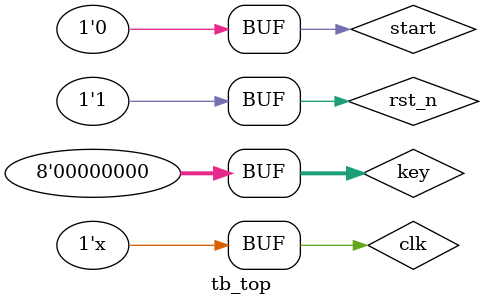
<source format=v>
`timescale 1ns / 1ps


module tb_top(

    );
    reg clk;
    reg rst_n;
    reg start;
    reg [7:0]  key;
    wire       tmds_clk_p;    
    wire       tmds_clk_n;
    wire [2:0] tmds_data_p;  
    wire [2:0] tmds_data_n;
    wire       tmds_oen;  
    top_module top(
        .clk(clk),
        .rst_n(rst_n),
        .start(start),
        .key(key),
        .tmds_clk_n(tmds_clk_n),
        .tmds_clk_p(tmds_clk_p),
        .tmds_data_n(tmds_data_n),
        .tmds_data_p(tmds_data_p),
        .tmds_oen(tmds_oen)
    );
    initial begin
        clk=0;
        rst_n=1;
        start=0;
        key=8'd0;
        #50000
        rst_n=0;
        #50000
        rst_n=1;
        #100000
        start=1;
        #100000
        start=0;
        #100000
        start=1;
        #100000
        start=0;
        #100000
        start=1;
        #100000
        start=0;
        #100000
        start=1;
        #100000
        start=0;
        #100000
        start=1;
        #1000000
        start=0;
        #100000
        start=1;
        #100000
        start=0;
        #100000
        start=1;
        #100000
        start=0;
        #100000
        start=1;
        #100000
        start=0;
        #100000
        start=1;
        #100000
        start=0;
        #100000
        start=1;
        #100000
        start=0;
        #10000000
        key=8'b11111111;
        #10000000
        key=8'd0;
        #10000000
        key=8'b11111111;
        #10000000
        key=8'd0;
        #10000000
        key=8'b11111111;
        #10000000
        key=8'd0;
        #10000000
        key=8'b11111111;
        #10000000
        key=8'd0;
        #10000000
        key=8'b11111111;
        #10000000
        key=8'd0;
        #10000000
        key=8'b11111111;
        #10000000
        key=8'd0;
        #10000000
        key=8'b11111111;
        #10000000
        key=8'd0;
        #10000000
        key=8'b11111111;
        #10000000
        key=8'd0;
        #10000000
        key=8'b11111111;
        #10000000
        key=8'd0;
        #10000000
        #100000
        start=1;
        #100000
        start=0;
        #100000
        start=1;
        #100000
        start=0;
        #100000
        start=1;
        #100000
        start=0;
        #100000
        start=1;
        #100000
        start=0;
        #100000
        start=1;
        #1000000
        start=0;
        #100000
        start=1;
        #100000
        start=0;
        #100000
        start=1;
        #100000
        start=0;
        #100000
        start=1;
        #100000
        start=0;
        #100000
        start=1;
        #100000
        start=0;
        #100000
        start=1;
        #100000
        start=0;

        



    end
    always #5 clk<=~clk;
endmodule

</source>
